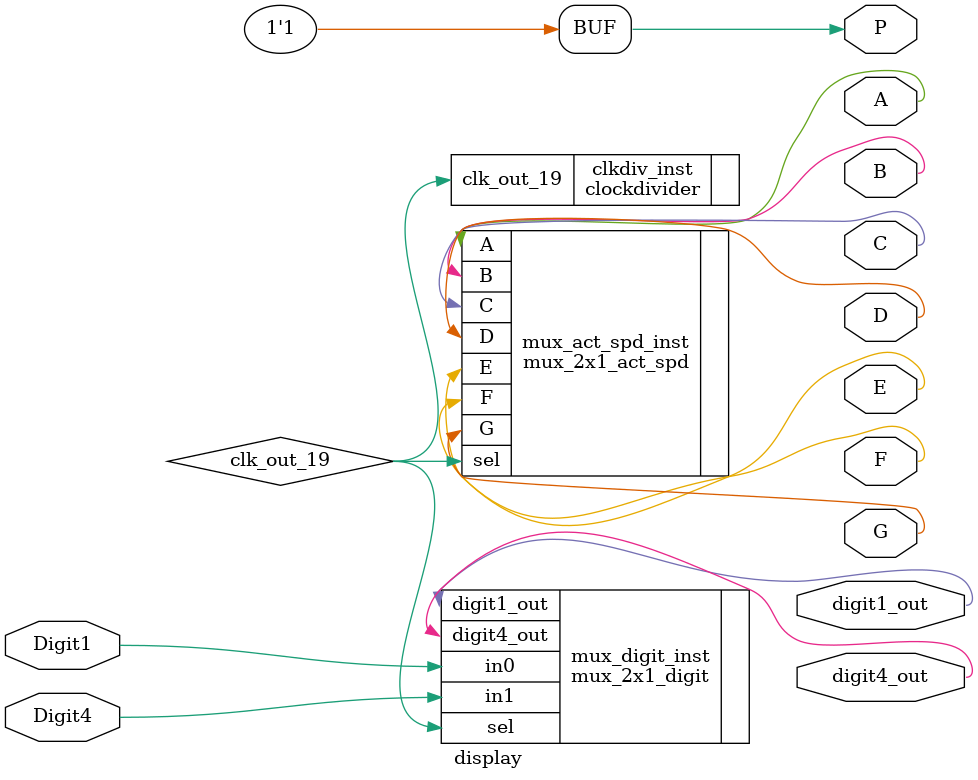
<source format=v>
module display (
	input Digit1, Digit4,
	output A, B, C, D, E, F, G, P, digit1_out, digit4_out
);

	wire clk_out_19;

	clockdivider clkdiv_inst (
		.clk_out_19(clk_out_19)
	);
	
	mux_2x1_act_spd mux_act_spd_inst (
		.sel(clk_out_19),
		.A(A),
		.B(B),
		.C(C),
		.D(D),
		.E(E),
		.F(F),
		.G(G)
	);
	
	mux_2x1_digit mux_digit_inst (
		.sel(clk_out_19),
		.in0(Digit1),
		.in1(Digit4),
		.digit1_out(digit1_out),
		.digit4_out(digit4_out)
	);
	
	or and_P (P, 1'b1, Digit1);

endmodule
</source>
